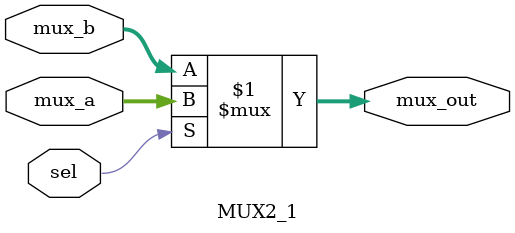
<source format=sv>
module MUX2_1(mux_a, mux_b, mux_out, sel);

input  [31:0] mux_a, mux_b;
input  sel;
output [31:0] mux_out;

assign mux_out = (sel)? mux_a : mux_b;

endmodule

</source>
